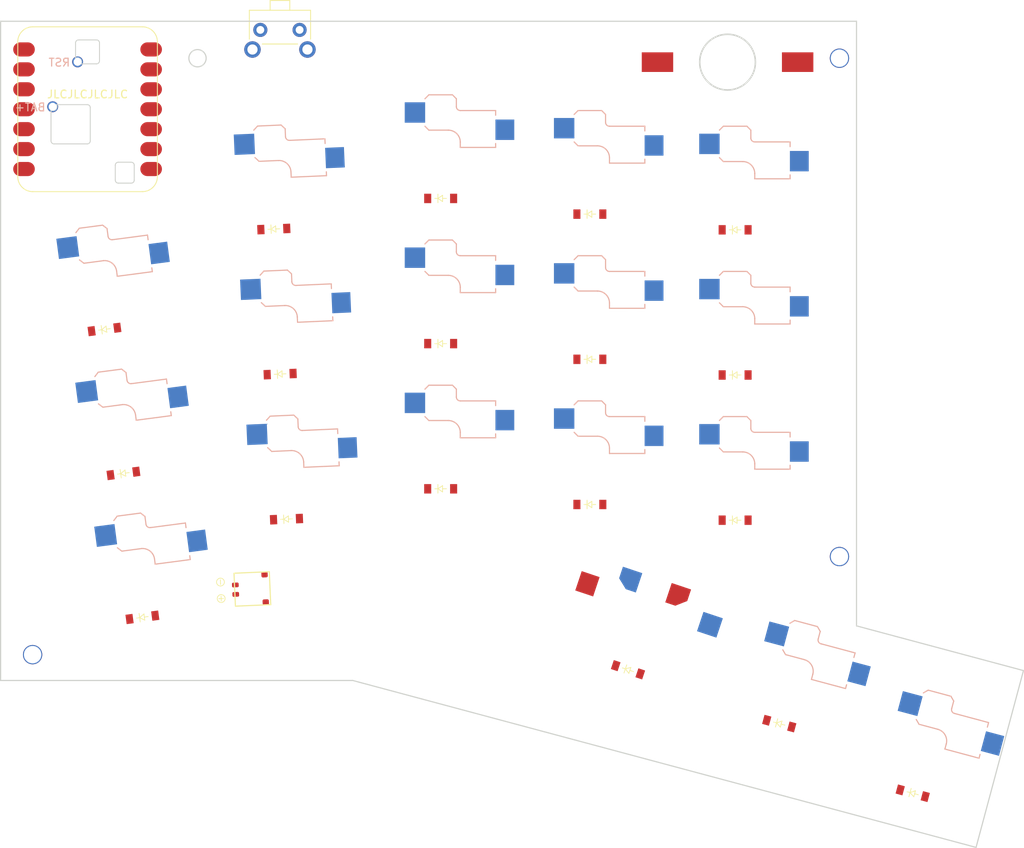
<source format=kicad_pcb>
(kicad_pcb (version 20240108) (generator "pcbnew") (generator_version "8.0")
  (title_block (title "Left") (rev "v1.0.0") (company "Unknown"))
  (layers (0 "F.Cu" signal) (31 "B.Cu" signal) (34 "B.Paste" user) (35 "F.Paste" user) (36 "B.SilkS" user "B.Silkscreen") (37 "F.SilkS" user "F.Silkscreen") (38 "B.Mask" user) (39 "F.Mask" user) (44 "Edge.Cuts" user))
  (net 0 "")
  (net 1 "D0")
  (net 2 "D1")
  (net 3 "R3")
  (net 4 "R2")
  (net 5 "R1")
  (net 6 "R0")
  (net 7 "C0")
  (net 8 "C4")
  (net 9 "C3")
  (net 10 "C2")
  (net 11 "C1")
  (net 12 "RAW3V3")
  (net 13 "RAW5V")
  (net 14 "GND")
  (net 15 "RST")
  (net 16 "BAT")
  (net 17 "pinky_bottom")
  (net 18 "pinky_home")
  (net 19 "pinky_top")
  (net 20 "ring_bottom")
  (net 21 "ring_home")
  (net 22 "ring_top")
  (net 23 "middle_bottom")
  (net 24 "middle_home")
  (net 25 "middle_top")
  (net 26 "index_bottom")
  (net 27 "index_home")
  (net 28 "index_top")
  (net 29 "inner_bottom")
  (net 30 "inner_home")
  (net 31 "inner_top")
  (net 32 "flexion_cluster")
  (net 33 "base_cluster")
  (net 34 "extension_cluster")
  (net 35 "BAT_CONN")
  (footprint "ComboDiode" (layer "F.Cu") (at 181.753363 118.50284 -15)
    (property "Reference" "D17" (hide yes))
    (property "Value" "")
    (pad "1" smd rect (at -1.65 0.000001 345) (size 0.9 1.2) (layers "F.Cu" "F.Paste" "F.Mask") (net 3 "R3"))
    (pad "2" smd rect (at 1.65 -0.000001 345) (size 0.9 1.2) (layers "F.Cu" "F.Paste" "F.Mask") (net 33 "base_cluster"))
  )
  (footprint "ComboDiode" (layer "F.Cu") (at 119.002453 92.447459 2.5)
    (property "Reference" "D4" (hide yes))
    (property "Value" "")
    (pad "1" smd rect (at -1.65 0 2.5) (size 0.9 1.2) (layers "F.Cu" "F.Paste" "F.Mask") (net 4 "R2"))
    (pad "2" smd rect (at 1.65 0 2.5) (size 0.9 1.2) (layers "F.Cu" "F.Paste" "F.Mask") (net 20 "ring_bottom"))
  )
  (footprint "1:SKHLLCA010" (layer "F.Cu") (at 118.170531 31.35854)
    (property "Reference" "S19" (hide yes))
    (property "Value" "SKHLLCA010")
    (pad "1" thru_hole circle (at 2.5 -1.25) (size 1.8 1.8) (drill 1) (layers "*.Cu" "B.Mask") (net 15 "RST"))
    (pad "2" thru_hole circle (at -2.5 -1.25) (size 1.8 1.8) (drill 1) (layers "*.Cu" "B.Mask") (net 14 "GND"))
    (pad "MP" thru_hole circle (at -3.5 1.25) (size 2.1 2.1) (drill 1.3) (layers "*.Cu" "*.Mask"))
    (pad "MP" thru_hole circle (at 3.5 1.25) (size 2.1 2.1) (drill 1.3) (layers "*.Cu" "*.Mask"))
  )
  (footprint "ComboDiode" (layer "F.Cu") (at 95.823162 68.273765 7.5)
    (property "Reference" "D3" (hide yes))
    (property "Value" "")
    (pad "1" smd rect (at -1.65 0 7.5) (size 0.9 1.2) (layers "F.Cu" "F.Paste" "F.Mask") (net 6 "R0"))
    (pad "2" smd rect (at 1.65 0 7.5) (size 0.9 1.2) (layers "F.Cu" "F.Paste" "F.Mask") (net 19 "pinky_top"))
  )
  (footprint "1:xiao_smd_xl_cutout_minimal" (layer "F.Cu") (at 93.670531 40.21654)
    (property "Reference" "MCU1" (hide yes))
    (property "Value" "" (hide yes))
    (fp_line (start -4.655408 0.101392) (end -4.655408 4.034592) (stroke (width 0.12)) (layer "Edge.Cuts"))
    (fp_line (start -4.274408 4.415592) (end -0.036608 4.415592) (stroke (width 0.12)) (layer "Edge.Cuts"))
    (fp_line (start -3.969608 -0.584408) (end -0.036608 -0.584408) (stroke (width 0.12)) (layer "Edge.Cuts"))
    (fp_line (start -1.530247 -6.470047) (end -1.530247 -8.451047) (stroke (width 0.12)) (layer "Edge.Cuts"))
    (fp_line (start -1.149247 -8.832047) (end 1.136553 -8.832047) (stroke (width 0.12)) (layer "Edge.Cuts"))
    (fp_line (start -0.844447 -5.784247) (end 1.136553 -5.784247) (stroke (width 0.12)) (layer "Edge.Cuts"))
    (fp_line (start 0.344392 -0.203408) (end 0.344392 4.034592) (stroke (width 0.12)) (layer "Edge.Cuts"))
    (fp_line (start 1.517553 -6.165247) (end 1.517553 -8.451047) (stroke (width 0.12)) (layer "Edge.Cuts"))
    (fp_line (start 3.530592 7.132409) (end 3.530592 9.037409) (stroke (width 0.12)) (layer "Edge.Cuts"))
    (fp_line (start 3.911592 6.751409) (end 5.562592 6.751409) (stroke (width 0.12)) (layer "Edge.Cuts"))
    (fp_line (start 3.911592 9.418409) (end 5.562592 9.418409) (stroke (width 0.12)) (layer "Edge.Cuts"))
    (fp_line (start 5.943592 7.132409) (end 5.943592 9.037409) (stroke (width 0.12)) (layer "Edge.Cuts"))
    (fp_arc (start -4.274408 4.415592) (mid -4.543816 4.304) (end -4.655408 4.034592) (stroke (width 0.12)) (layer "Edge.Cuts"))
    (fp_arc (start -3.969608 -0.584408) (mid -4.051799 0.019201) (end -4.655408 0.101392) (stroke (width 0.12)) (layer "Edge.Cuts"))
    (fp_arc (start -1.530247 -8.451047) (mid -1.418655 -8.720455) (end -1.149247 -8.832047) (stroke (width 0.12)) (layer "Edge.Cuts"))
    (fp_arc (start -1.530247 -6.470047) (mid -0.926638 -6.387856) (end -0.844447 -5.784247) (stroke (width 0.12)) (layer "Edge.Cuts"))
    (fp_arc (start -0.036608 -0.584408) (mid 0.2328 -0.472816) (end 0.344392 -0.203408) (stroke (width 0.12)) (layer "Edge.Cuts"))
    (fp_arc (start 0.344392 4.034592) (mid 0.2328 4.304) (end -0.036608 4.415592) (stroke (width 0.12)) (layer "Edge.Cuts"))
    (fp_arc (start 1.136553 -8.832047) (mid 1.405961 -8.720454) (end 1.517553 -8.451047) (stroke (width 0.12)) (layer "Edge.Cuts"))
    (fp_arc (start 1.517553 -6.165247) (mid 1.40596 -5.89584) (end 1.136553 -5.784247) (stroke (width 0.12)) (layer "Edge.Cuts"))
    (fp_arc (start 3.530592 7.132409) (mid 3.642181 6.862993) (end 3.911592 6.751409) (stroke (width 0.12)) (layer "Edge.Cuts"))
    (fp_arc (start 3.911592 9.418409) (mid 3.642186 9.306814) (end 3.530592 9.037409) (stroke (width 0.12)) (layer "Edge.Cuts"))
    (fp_arc (start 5.562592 6.751409) (mid 5.832002 6.862999) (end 5.943592 7.132409) (stroke (width 0.12)) (layer "Edge.Cuts"))
    (fp_arc (start 5.943592 9.037409) (mid 5.831996 9.306808) (end 5.562592 9.418409) (stroke (width 0.12)) (layer "Edge.Cuts"))
    (fp_text user "BAT+" (at -7.3 -0.25 0) (layer "B.SilkS") (effects (justify mirror)))
    (fp_text user "RST" (at -3.6 -5.95 0) (layer "B.SilkS") (effects (justify mirror)))
    (pad "1" smd oval (at -7.62 -7.62 180) (size 2.75 1.8) (drill (offset 0.475 0)) (layers "F.Cu" "F.Paste" "F.Mask") (net 1 "D0"))
    (pad "2" smd oval (at -7.62 -5.08 180) (size 2.75 1.8) (drill (offset 0.475 0)) (layers "F.Cu" "F.Paste" "F.Mask") (net 2 "D1"))
    (pad "3" smd oval (at -7.62 -2.54 180) (size 2.75 1.8) (drill (offset 0.475 0)) (layers "F.Cu" "F.Paste" "F.Mask") (net 3 "R3"))
    (pad "4" smd oval (at -7.62 0 180) (size 2.75 1.8) (drill (offset 0.475 0)) (layers "F.Cu" "F.Paste" "F.Mask") (net 4 "R2"))
    (pad "5" smd oval (at -7.62 2.54 180) (size 2.75 1.8) (drill (offset 0.475 0)) (layers "F.Cu" "F.Paste" "F.Mask") (net 5 "R1"))
    (pad "6" smd oval (at -7.62 5.08 180) (size 2.75 1.8) (drill (offset 0.475 0)) (layers "F.Cu" "F.Paste" "F.Mask") (net 6 "R0"))
    (pad "7" smd oval (at -7.62 7.62 180) (size 2.75 1.8) (drill (offset 0.475 0)) (layers "F.Cu" "F.Paste" "F.Mask") (net 7 "C0"))
    (pad "8" smd oval (at 7.62 7.62) (size 2.75 1.8) (drill (offset 0.475 0)) (layers "F.Cu" "F.Paste" "F.Mask") (net 11 "C1"))
    (pad "9" smd oval (at 7.62 5.08) (size 2.75 1.8) (drill (offset 0.475 0)) (layers "F.Cu" "F.Paste" "F.Mask") (net 10 "C2"))
    (pad "10" smd oval (at 7.62 2.54) (size 2.75 1.8) (drill (offset 0.475 0)) (layers "F.Cu" "F.Paste" "F.Mask") (net 9 "C3"))
    (pad "11" smd oval (at 7.62 0) (size 2.75 1.8) (drill (offset 0.475 0)) (layers "F.Cu" "F.Paste" "F.Mask") (net 8 "C4"))
    (pad "12" smd oval (at 7.62 -2.54) (size 2.75 1.8) (drill (offset 0.475 0)) (layers "F.Cu" "F.Paste" "F.Mask") (net 12 "RAW3V3"))
    (pad "13" smd oval (at 7.62 -5.08) (size 2.75 1.8) (drill (offset 0.475 0)) (layers "F.Cu" "F.Paste" "F.Mask") (net 14 "GND"))
    (pad "14" smd oval (at 7.62 -7.62) (size 2.75 1.8) (drill (offset 0.475 0)) (layers "F.Cu" "F.Paste" "F.Mask") (net 13 "RAW5V"))
    (pad "17" thru_hole circle (at -1.27 -6.032 90) (size 1.397 1.397) (drill 1.016) (layers "*.Cu" "*.Mask") (net 15 "RST"))
    (pad "19" thru_hole circle (at -4.445 -0.317 180) (size 1.397 1.397) (drill 1.016) (layers "*.Cu" "*.Mask") (net 16 "BAT"))
  )
  (footprint "mounting_hole" (layer "F.Cu") (at 189.420531 97.21654)
    (property "Reference" "H3" (hide yes))
    (property "Value" "")
    (pad "" thru_hole circle (at 0 0 180) (size 2.46 2.46) (drill 2.2) (layers "*.Cu" "*.Mask"))
  )
  (footprint "ComboDiode" (layer "F.Cu") (at 157.634462 53.582685)
    (property "Reference" "D12" (hide yes))
    (property "Value" "")
    (pad "1" smd rect (at -1.65 0) (size 0.9 1.2) (layers "F.Cu" "F.Paste" "F.Mask") (net 6 "R0"))
    (pad "2" smd rect (at 1.65 0) (size 0.9 1.2) (layers "F.Cu" "F.Paste" "F.Mask") (net 28 "index_top"))
  )
  (footprint "mounting_hole" (layer "F.Cu") (at 189.420531 33.71654)
    (property "Reference" "H1" (hide yes))
    (property "Value" "")
    (pad "" thru_hole circle (at 0 0 180) (size 2.46 2.46) (drill 2.2) (layers "*.Cu" "*.Mask"))
  )
  (footprint "icon_bat" (layer "F.Cu") (at 110.640138 101.517851 92.5)
    (property "Reference" "ICON1" (hide yes))
    (property "Value" "")
  )
  (footprint "ComboDiode" (layer "F.Cu") (at 176.134462 92.582685)
    (property "Reference" "D13" (hide yes))
    (property "Value" "")
    (pad "1" smd rect (at -1.65 0) (size 0.9 1.2) (layers "F.Cu" "F.Paste" "F.Mask") (net 4 "R2"))
    (pad "2" smd rect (at 1.65 0) (size 0.9 1.2) (layers "F.Cu" "F.Paste" "F.Mask") (net 29 "inner_bottom"))
  )
  (footprint "ComboDiode" (layer "F.Cu") (at 176.134462 74.082685)
    (property "Reference" "D14" (hide yes))
    (property "Value" "")
    (pad "1" smd rect (at -1.65 0) (size 0.9 1.2) (layers "F.Cu" "F.Paste" "F.Mask") (net 5 "R1"))
    (pad "2" smd rect (at 1.65 0) (size 0.9 1.2) (layers "F.Cu" "F.Paste" "F.Mask") (net 30 "inner_home"))
  )
  (footprint "mounting_hole" (layer "F.Cu") (at 86.670531 109.71654)
    (property "Reference" "H2" (hide yes))
    (property "Value" "")
    (pad "" thru_hole circle (at 0 0 180) (size 2.46 2.46) (drill 2.2) (layers "*.Cu" "*.Mask"))
  )
  (footprint "ComboDiode" (layer "F.Cu") (at 157.634462 72.082685)
    (property "Reference" "D11" (hide yes))
    (property "Value" "")
    (pad "1" smd rect (at -1.65 0) (size 0.9 1.2) (layers "F.Cu" "F.Paste" "F.Mask") (net 5 "R1"))
    (pad "2" smd rect (at 1.65 0) (size 0.9 1.2) (layers "F.Cu" "F.Paste" "F.Mask") (net 27 "index_home"))
  )
  (footprint "ComboDiode" (layer "F.Cu") (at 198.750659 127.378164 -15)
    (property "Reference" "D18" (hide yes))
    (property "Value" "")
    (pad "1" smd rect (at -1.65 0.000001 345) (size 0.9 1.2) (layers "F.Cu" "F.Paste" "F.Mask") (net 3 "R3"))
    (pad "2" smd rect (at 1.65 -0.000001 345) (size 0.9 1.2) (layers "F.Cu" "F.Paste" "F.Mask") (net 34 "extension_cluster"))
  )
  (footprint "ComboDiode" (layer "F.Cu") (at 138.634462 88.582685)
    (property "Reference" "D7" (hide yes))
    (property "Value" "")
    (pad "1" smd rect (at -1.65 0) (size 0.9 1.2) (layers "F.Cu" "F.Paste" "F.Mask") (net 4 "R2"))
    (pad "2" smd rect (at 1.65 0) (size 0.9 1.2) (layers "F.Cu" "F.Paste" "F.Mask") (net 23 "middle_bottom"))
  )
  (footprint "ComboDiode" (layer "F.Cu") (at 157.634462 90.582685)
    (property "Reference" "D10" (hide yes))
    (property "Value" "")
    (pad "1" smd rect (at -1.65 0) (size 0.9 1.2) (layers "F.Cu" "F.Paste" "F.Mask") (net 4 "R2"))
    (pad "2" smd rect (at 1.65 0) (size 0.9 1.2) (layers "F.Cu" "F.Paste" "F.Mask") (net 26 "index_bottom"))
  )
  (footprint "ComboDiode" (layer "F.Cu") (at 118.195494 73.965066 2.5)
    (property "Reference" "D5" (hide yes))
    (property "Value" "")
    (pad "1" smd rect (at -1.65 0 2.5) (size 0.9 1.2) (layers "F.Cu" "F.Paste" "F.Mask") (net 5 "R1"))
    (pad "2" smd rect (at 1.65 0 2.5) (size 0.9 1.2) (layers "F.Cu" "F.Paste" "F.Mask") (net 21 "ring_home"))
  )
  (footprint "1:molex_pico_ezmate_1x02_front" (layer "F.Cu") (at 114.386569 101.354278 92.5)
    (property "Reference" "CONN1" (hide yes))
    (property "Value" "" (hide yes))
    (pad "1" smd roundrect (at -0.6 -1.875 92.5) (size 0.6 0.85) (layers "F.Cu" "F.Paste" "F.Mask") (net 35 "BAT_CONN"))
    (pad "2" smd roundrect (at 0.6 -1.875 92.5) (size 0.6 0.85) (layers "F.Cu" "F.Paste" "F.Mask") (net 14 "GND"))
    (pad "MP" smd roundrect (at -1.75 1.9 92.5) (size 0.7 0.8) (layers "F.Cu" "F.Paste" "F.Mask"))
    (pad "MP" smd roundrect (at 1.75 1.9 92.5) (size 0.7 0.8) (layers "F.Cu" "F.Paste" "F.Mask"))
  )
  (footprint "ComboDiode" (layer "F.Cu") (at 117.388535 55.482674 2.5)
    (property "Reference" "D6" (hide yes))
    (property "Value" "")
    (pad "1" smd rect (at -1.65 0 2.5) (size 0.9 1.2) (layers "F.Cu" "F.Paste" "F.Mask") (net 6 "R0"))
    (pad "2" smd rect (at 1.65 0 2.5) (size 0.9 1.2) (layers "F.Cu" "F.Paste" "F.Mask") (net 22 "ring_top"))
  )
  (footprint "ComboDiode" (layer "F.Cu") (at 100.652631 104.957224 7.5)
    (property "Reference" "D1" (hide yes))
    (property "Value" "")
    (pad "1" smd rect (at -1.65 0 7.5) (size 0.9 1.2) (layers "F.Cu" "F.Paste" "F.Mask") (net 4 "R2"))
    (pad "2" smd rect (at 1.65 0 7.5) (size 0.9 1.2) (layers "F.Cu" "F.Paste" "F.Mask") (net 17 "pinky_bottom"))
  )
  (footprint "ComboDiode" (layer "F.Cu") (at 138.634462 70.082685)
    (property "Reference" "D8" (hide yes))
    (property "Value" "")
    (pad "1" smd rect (at -1.65 0) (size 0.9 1.2) (layers "F.Cu" "F.Paste" "F.Mask") (net 5 "R1"))
    (pad "2" smd rect (at 1.65 0) (size 0.9 1.2) (layers "F.Cu" "F.Paste" "F.Mask") (net 24 "middle_home"))
  )
  (footprint "ComboDiode" (layer "F.Cu") (at 162.490785 111.64179 -18.5)
    (property "Reference" "D16" (hide yes))
    (property "Value" "")
    (pad "1" smd rect (at -1.65 0 341.5) (size 0.9 1.2) (layers "F.Cu" "F.Paste" "F.Mask") (net 3 "R3"))
    (pad "2" smd rect (at 1.65 0 341.5) (size 0.9 1.2) (layers "F.Cu" "F.Paste" "F.Mask") (net 32 "flexion_cluster"))
  )
  (footprint "ComboDiode" (layer "F.Cu") (at 176.134462 55.582685)
    (property "Reference" "D15" (hide yes))
    (property "Value" "")
    (pad "1" smd rect (at -1.65 0) (size 0.9 1.2) (layers "F.Cu" "F.Paste" "F.Mask") (net 6 "R0"))
    (pad "2" smd rect (at 1.65 0) (size 0.9 1.2) (layers "F.Cu" "F.Paste" "F.Mask") (net 31 "inner_top"))
  )
  (footprint "ComboDiode" (layer "F.Cu") (at 98.237896 86.615494 7.5)
    (property "Reference" "D2" (hide yes))
    (property "Value" "")
    (pad "1" smd rect (at -1.65 0 7.5) (size 0.9 1.2) (layers "F.Cu" "F.Paste" "F.Mask") (net 5 "R1"))
    (pad "2" smd rect (at 1.65 0 7.5) (size 0.9 1.2) (layers "F.Cu" "F.Paste" "F.Mask") (net 18 "pinky_home"))
  )
  (footprint "1:1208YD" (layer "F.Cu") (at 175.170531 34.21654)
    (property "Reference" "SW1" (hide yes))
    (property "Value" "" (hide yes))
    (fp_circle (center 0 0) (end 3.55 0) (stroke (width 0.2)) (fill none) (layer "Edge.Cuts"))
    (pad "1" smd rect (at -8.925 0) (size 4 2.5) (layers "F.Cu" "F.Paste" "F.Mask") (net 16 "BAT"))
    (pad "2" smd rect (at 8.925 0) (size 4 2.5) (layers "F.Cu" "F.Paste" "F.Mask") (net 35 "BAT_CONN"))
  )
  (footprint "ComboDiode" (layer "F.Cu") (at 138.634462 51.582685)
    (property "Reference" "D9" (hide yes))
    (property "Value" "")
    (pad "1" smd rect (at -1.65 0) (size 0.9 1.2) (layers "F.Cu" "F.Paste" "F.Mask") (net 6 "R0"))
    (pad "2" smd rect (at 1.65 0) (size 0.9 1.2) (layers "F.Cu" "F.Paste" "F.Mask") (net 25 "middle_top"))
  )
  (footprint "1:switch_choc_v1_v2" (layer "B.Cu") (at 176.134462 69.082685)
    (property "Reference" "S14" (hide yes))
    (property "Value" "")
    (pad "" np_thru_hole circle (at -5.5 0) (size 1.9 1.9) (drill 1.9) (layers "*.Cu"))
    (pad "" np_thru_hole circle (at 0 -5.95) (size 3 3) (drill 3) (layers "*.Cu" "*.Mask"))
    (pad "" np_thru_hole circle (at 0 0) (size 5 5) (drill 5) (layers "*.Cu"))
    (pad "" np_thru_hole circle (at 5 -3.75 195) (size 3 3) (drill 3) (layers "*.Cu" "*.Mask"))
    (pad "" np_thru_hole circle (at 5.5 0) (size 1.9 1.9) (drill 1.9) (layers "*.Cu"))
    (pad "1" smd rect (at -3.275 -5.95) (size 2.6 2.6) (layers "B.Cu" "B.Paste" "B.Mask") (net 8 "C4"))
    (pad "2" smd rect (at 8.175 -3.75) (size 2.4 2.6) (layers "B.Cu" "B.Paste" "B.Mask") (net 30 "inner_home"))
  )
  (footprint "1:switch_choc_v1_v2" (layer "B.Cu") (at 97.585265 81.65827 7.5)
    (property "Reference" "S2" (hide yes))
    (property "Value" "")
    (pad "" np_thru_hole circle (at -5.5 0 7.5) (size 1.9 1.9) (drill 1.9) (layers "*.Cu"))
    (pad "" np_thru_hole circle (at 0 -5.95 7.5) (size 3 3) (drill 3) (layers "*.Cu" "*.Mask"))
    (pad "" np_thru_hole circle (at 0 0 7.5) (size 5 5) (drill 5) (layers "*.Cu"))
    (pad "" np_thru_hole circle (at 5 -3.75 202.5) (size 3 3) (drill 3) (layers "*.Cu" "*.Mask"))
    (pad "" np_thru_hole circle (at 5.5 0 7.5) (size 1.9 1.9) (drill 1.9) (layers "*.Cu"))
    (pad "1" smd rect (at -3.275 -5.95 7.5) (size 2.6 2.6) (layers "B.Cu" "B.Paste" "B.Mask") (net 7 "C0"))
    (pad "2" smd rect (at 8.175 -3.75 7.5) (size 2.4 2.6) (layers "B.Cu" "B.Paste" "B.Mask") (net 18 "pinky_home"))
  )
  (footprint "1:switch_choc_v1_v2" (layer "B.Cu") (at 176.134462 50.582685)
    (property "Reference" "S15" (hide yes))
    (property "Value" "")
    (pad "" np_thru_hole circle (at -5.5 0) (size 1.9 1.9) (drill 1.9) (layers "*.Cu"))
    (pad "" np_thru_hole circle (at 0 -5.95) (size 3 3) (drill 3) (layers "*.Cu" "*.Mask"))
    (pad "" np_thru_hole circle (at 0 0) (size 5 5) (drill 5) (layers "*.Cu"))
    (pad "" np_thru_hole circle (at 5 -3.75 195) (size 3 3) (drill 3) (layers "*.Cu" "*.Mask"))
    (pad "" np_thru_hole circle (at 5.5 0) (size 1.9 1.9) (drill 1.9) (layers "*.Cu"))
    (pad "1" smd rect (at -3.275 -5.95) (size 2.6 2.6) (layers "B.Cu" "B.Paste" "B.Mask") (net 8 "C4"))
    (pad "2" smd rect (at 8.175 -3.75) (size 2.4 2.6) (layers "B.Cu" "B.Paste" "B.Mask") (net 31 "inner_top"))
  )
  (footprint "1:switch_choc_v1_v2" (layer "B.Cu") (at 117.170438 50.487433 2.5)
    (property "Reference" "S6" (hide yes))
    (property "Value" "")
    (pad "" np_thru_hole circle (at -5.5 0 2.5) (size 1.9 1.9) (drill 1.9) (layers "*.Cu"))
    (pad "" np_thru_hole circle (at 0 -5.95 2.5) (size 3 3) (drill 3) (layers "*.Cu" "*.Mask"))
    (pad "" np_thru_hole circle (at 0 0 2.5) (size 5 5) (drill 5) (layers "*.Cu"))
    (pad "" np_thru_hole circle (at 5 -3.75 197.5) (size 3 3) (drill 3) (layers "*.Cu" "*.Mask"))
    (pad "" np_thru_hole circle (at 5.5 0 2.5) (size 1.9 1.9) (drill 1.9) (layers "*.Cu"))
    (pad "1" smd rect (at -3.275 -5.95 2.5) (size 2.6 2.6) (layers "B.Cu" "B.Paste" "B.Mask") (net 11 "C1"))
    (pad "2" smd rect (at 8.175 -3.75 2.5) (size 2.4 2.6) (layers "B.Cu" "B.Paste" "B.Mask") (net 22 "ring_top"))
  )
  (footprint "1:switch_choc_v1_v2" (layer "B.Cu") (at 157.634462 48.582685)
    (property "Reference" "S12" (hide yes))
    (property "Value" "")
    (pad "" np_thru_hole circle (at -5.5 0) (size 1.9 1.9) (drill 1.9) (layers "*.Cu"))
    (pad "" np_thru_hole circle (at 0 -5.95) (size 3 3) (drill 3) (layers "*.Cu" "*.Mask"))
    (pad "" np_thru_hole circle (at 0 0) (size 5 5) (drill 5) (layers "*.Cu"))
    (pad "" np_thru_hole circle (at 5 -3.75 195) (size 3 3) (drill 3) (layers "*.Cu" "*.Mask"))
    (pad "" np_thru_hole circle (at 5.5 0) (size 1.9 1.9) (drill 1.9) (layers "*.Cu"))
    (pad "1" smd rect (at -3.275 -5.95) (size 2.6 2.6) (layers "B.Cu" "B.Paste" "B.Mask") (net 9 "C3"))
    (pad "2" smd rect (at 8.175 -3.75) (size 2.4 2.6) (layers "B.Cu" "B.Paste" "B.Mask") (net 28 "index_top"))
  )
  (footprint "1:switch_choc_v1_v2" (layer "B.Cu") (at 200.044754 122.548534 -15)
    (property "Reference" "S18" (hide yes))
    (property "Value" "")
    (pad "" np_thru_hole circle (at -5.5 0 345) (size 1.9 1.9) (drill 1.9) (layers "*.Cu"))
    (pad "" np_thru_hole circle (at 0 -5.95 345) (size 3 3) (drill 3) (layers "*.Cu" "*.Mask"))
    (pad "" np_thru_hole circle (at 0 0 345) (size 5 5) (drill 5) (layers "*.Cu"))
    (pad "" np_thru_hole circle (at 5 -3.75 180) (size 3 3) (drill 3) (layers "*.Cu" "*.Mask"))
    (pad "" np_thru_hole circle (at 5.5 0 345) (size 1.9 1.9) (drill 1.9) (layers "*.Cu"))
    (pad "1" smd rect (at -3.275 -5.95 345) (size 2.6 2.6) (layers "B.Cu" "B.Paste" "B.Mask") (net 8 "C4"))
    (pad "2" smd rect (at 8.175 -3.75 345) (size 2.4 2.6) (layers "B.Cu" "B.Paste" "B.Mask") (net 34 "extension_cluster"))
  )
  (footprint "1:switch_choc_v1_v2" (layer "B.Cu") (at 118.784356 87.452217 2.5)
    (property "Reference" "S4" (hide yes))
    (property "Value" "")
    (pad "" np_thru_hole circle (at -5.5 0 2.5) (size 1.9 1.9) (drill 1.9) (layers "*.Cu"))
    (pad "" np_thru_hole circle (at 0 -5.95 2.5) (size 3 3) (drill 3) (layers "*.Cu" "*.Mask"))
    (pad "" np_thru_hole circle (at 0 0 2.5) (size 5 5) (drill 5) (layers "*.Cu"))
    (pad "" np_thru_hole circle (at 5 -3.75 197.5) (size 3 3) (drill 3) (layers "*.Cu" "*.Mask"))
    (pad "" np_thru_hole circle (at 5.5 0 2.5) (size 1.9 1.9) (drill 1.9) (layers "*.Cu"))
    (pad "1" smd rect (at -3.275 -5.95 2.5) (size 2.6 2.6) (layers "B.Cu" "B.Paste" "B.Mask") (net 11 "C1"))
    (pad "2" smd rect (at 8.175 -3.75 2.5) (size 2.4 2.6) (layers "B.Cu" "B.Paste" "B.Mask") (net 20 "ring_bottom"))
  )
  (footprint "1:switch_choc_v1_v2" (layer "B.Cu") (at 138.634462 46.582685)
    (property "Reference" "S9" (hide yes))
    (property "Value" "")
    (pad "" np_thru_hole circle (at -5.5 0) (size 1.9 1.9) (drill 1.9) (layers "*.Cu"))
    (pad "" np_thru_hole circle (at 0 -5.95) (size 3 3) (drill 3) (layers "*.Cu" "*.Mask"))
    (pad "" np_thru_hole circle (at 0 0) (size 5 5) (drill 5) (layers "*.Cu"))
    (pad "" np_thru_hole circle (at 5 -3.75 195) (size 3 3) (drill 3) (layers "*.Cu" "*.Mask"))
    (pad "" np_thru_hole circle (at 5.5 0) (size 1.9 1.9) (drill 1.9) (layers "*.Cu"))
    (pad "1" smd rect (at -3.275 -5.95) (size 2.6 2.6) (layers "B.Cu" "B.Paste" "B.Mask") (net 10 "C2"))
    (pad "2" smd rect (at 8.175 -3.75) (size 2.4 2.6) (layers "B.Cu" "B.Paste" "B.Mask") (net 25 "middle_top"))
  )
  (footprint "1:switch_choc_v1_v2" (layer "B.Cu") (at 157.634462 85.582685)
    (property "Reference" "S10" (hide yes))
    (property "Value" "")
    (pad "" np_thru_hole circle (at -5.5 0) (size 1.9 1.9) (drill 1.9) (layers "*.Cu"))
    (pad "" np_thru_hole circle (at 0 -5.95) (size 3 3) (drill 3) (layers "*.Cu" "*.Mask"))
    (pad "" np_thru_hole circle (at 0 0) (size 5 5) (drill 5) (layers "*.Cu"))
    (pad "" np_thru_hole circle (at 5 -3.75 195) (size 3 3) (drill 3) (layers "*.Cu" "*.Mask"))
    (pad "" np_thru_hole circle (at 5.5 0) (size 1.9 1.9) (drill 1.9) (layers "*.Cu"))
    (pad "1" smd rect (at -3.275 -5.95) (size 2.6 2.6) (layers "B.Cu" "B.Paste" "B.Mask") (net 9 "C3"))
    (pad "2" smd rect (at 8.175 -3.75) (size 2.4 2.6) (layers "B.Cu" "B.Paste" "B.Mask") (net 26 "index_bottom"))
  )
  (footprint "1:switch_choc_v1_v2" (layer "B.Cu") (at 117.977397 68.969825 2.5)
    (property "Reference" "S5" (hide yes))
    (property "Value" "")
    (pad "" np_thru_hole circle (at -5.5 0 2.5) (size 1.9 1.9) (drill 1.9) (layers "*.Cu"))
    (pad "" np_thru_hole circle (at 0 -5.95 2.5) (size 3 3) (drill 3) (layers "*.Cu" "*.Mask"))
    (pad "" np_thru_hole circle (at 0 0 2.5) (size 5 5) (drill 5) (layers "*.Cu"))
    (pad "" np_thru_hole circle (at 5 -3.75 197.5) (size 3 3) (drill 3) (layers "*.Cu" "*.Mask"))
    (pad "" np_thru_hole circle (at 5.5 0 2.5) (size 1.9 1.9) (drill 1.9) (layers "*.Cu"))
    (pad "1" smd rect (at -3.275 -5.95 2.5) (size 2.6 2.6) (layers "B.Cu" "B.Paste" "B.Mask") (net 11 "C1"))
    (pad "2" smd rect (at 8.175 -3.75 2.5) (size 2.4 2.6) (layers "B.Cu" "B.Paste" "B.Mask") (net 21 "ring_home"))
  )
  (footprint "1:switch_choc_v1_v2" (layer "B.Cu") (at 176.134462 87.582685)
    (property "Reference" "S13" (hide yes))
    (property "Value" "")
    (pad "" np_thru_hole circle (at -5.5 0) (size 1.9 1.9) (drill 1.9) (layers "*.Cu"))
    (pad "" np_thru_hole circle (at 0 -5.95) (size 3 3) (drill 3) (layers "*.Cu" "*.Mask"))
    (pad "" np_thru_hole circle (at 0 0) (size 5 5) (drill 5) (layers "*.Cu"))
    (pad "" np_thru_hole circle (at 5 -3.75 195) (size 3 3) (drill 3) (layers "*.Cu" "*.Mask"))
    (pad "" np_thru_hole circle (at 5.5 0) (size 1.9 1.9) (drill 1.9) (layers "*.Cu"))
    (pad "1" smd rect (at -3.275 -5.95) (size 2.6 2.6) (layers "B.Cu" "B.Paste" "B.Mask") (net 8 "C4"))
    (pad "2" smd rect (at 8.175 -3.75) (size 2.4 2.6) (layers "B.Cu" "B.Paste" "B.Mask") (net 29 "inner_bottom"))
  )
  (footprint "1:switch_choc_v1_v2" (layer "B.Cu") (at 157.634462 67.082685)
    (property "Reference" "S11" (hide yes))
    (property "Value" "")
    (pad "" np_thru_hole circle (at -5.5 0) (size 1.9 1.9) (drill 1.9) (layers "*.Cu"))
    (pad "" np_thru_hole circle (at 0 -5.95) (size 3 3) (drill 3) (layers "*.Cu" "*.Mask"))
    (pad "" np_thru_hole circle (at 0 0) (size 5 5) (drill 5) (layers "*.Cu"))
    (pad "" np_thru_hole circle (at 5 -3.75 195) (size 3 3) (drill 3) (layers "*.Cu" "*.Mask"))
    (pad "" np_thru_hole circle (at 5.5 0) (size 1.9 1.9) (drill 1.9) (layers "*.Cu"))
    (pad "1" smd rect (at -3.275 -5.95) (size 2.6 2.6) (layers "B.Cu" "B.Paste" "B.Mask") (net 9 "C3"))
    (pad "2" smd rect (at 8.175 -3.75) (size 2.4 2.6) (layers "B.Cu" "B.Paste" "B.Mask") (net 27 "index_home"))
  )
  (footprint "1:switch_choc_v1_v2" (layer "B.Cu") (at 183.047458 113.673211 -15)
    (property "Reference" "S17" (hide yes))
    (property "Value" "")
    (pad "" np_thru_hole circle (at -5.5 0 345) (size 1.9 1.9) (drill 1.9) (layers "*.Cu"))
    (pad "" np_thru_hole circle (at 0 -5.95 345) (size 3 3) (drill 3) (layers "*.Cu" "*.Mask"))
    (pad "" np_thru_hole circle (at 0 0 345) (size 5 5) (drill 5) (layers "*.Cu"))
    (pad "" np_thru_hole circle (at 5 -3.75 180) (size 3 3) (drill 3) (layers "*.Cu" "*.Mask"))
    (pad "" np_thru_hole circle (at 5.5 0 345) (size 1.9 1.9) (drill 1.9) (layers "*.Cu"))
    (pad "1" smd rect (at -3.275 -5.95 345) (size 2.6 2.6) (layers "B.Cu" "B.Paste" "B.Mask") (net 9 "C3"))
    (pad "2" smd rect (at 8.175 -3.75 345) (size 2.4 2.6) (layers "B.Cu" "B.Paste" "B.Mask") (net 33 "base_cluster"))
  )
  (footprint "1:switch_choc_v1_v2" (layer "B.Cu") (at 138.634462 65.082685)
    (property "Reference" "S8" (hide yes))
    (property "Value" "")
    (pad "" np_thru_hole circle (at -5.5 0) (size 1.9 1.9) (drill 1.9) (layers "*.Cu"))
    (pad "" np_thru_hole circle (at 0 -5.95) (size 3 3) (drill 3) (layers "*.Cu" "*.Mask"))
    (pad "" np_thru_hole circle (at 0 0) (size 5 5) (drill 5) (layers "*.Cu"))
    (pad "" np_thru_hole circle (at 5 -3.75 195) (size 3 3) (drill 3) (layers "*.Cu" "*.Mask"))
    (pad "" np_thru_hole circle (at 5.5 0) (size 1.9 1.9) (drill 1.9) (layers "*.Cu"))
    (pad "1" smd rect (at -3.275 -5.95) (size 2.6 2.6) (layers "B.Cu" "B.Paste" "B.Mask") (net 10 "C2"))
    (pad "2" smd rect (at 8.175 -3.75) (size 2.4 2.6) (layers "B.Cu" "B.Paste" "B.Mask") (net 24 "middle_home"))
  )
  (footprint "1:switch_choc_v1_v2" (layer "B.Cu") (at 100 100 7.5)
    (property "Reference" "S1" (hide yes))
    (property "Value" "")
    (pad "" np_thru_hole circle (at -5.5 0 7.5) (size 1.9 1.9) (drill 1.9) (layers "*.Cu"))
    (pad "" np_thru_hole circle (at 0 -5.95 7.5) (size 3 3) (drill 3) (layers "*.Cu" "*.Mask"))
    (pad "" np_thru_hole circle (at 0 0 7.5) (size 5 5) (drill 5) (layers "*.Cu"))
    (pad "" np_thru_hole circle (at 5 -3.75 202.5) (size 3 3) (drill 3) (layers "*.Cu" "*.Mask"))
    (pad "" np_thru_hole circle (at 5.5 0 7.5) (size 1.9 1.9) (drill 1.9) (layers "*.Cu"))
    (pad "1" smd rect (at -3.275 -5.95 7.5) (size 2.6 2.6) (layers "B.Cu" "B.Paste" "B.Mask") (net 7 "C0"))
    (pad "2" smd rect (at 8.175 -3.75 7.5) (size 2.4 2.6) (layers "B.Cu" "B.Paste" "B.Mask") (net 17 "pinky_bottom"))
  )
  (footprint "1:switch_choc_left_flexion" (layer "B.Cu") (at 164.077308 106.900172 -18.5)
    (property "Reference" "S16" (hide yes))
    (property "Value" "" (hide yes))
    (pad "" np_thru_hole circle (at -5.7 0 351.5) (size 1.7018 1.7018) (drill 1.7018) (layers "*.Cu" "*.Mask"))
    (pad "" np_thru_hole circle (at -5.2 -3.75 156.5) (size 3 3) (drill 3) (layers "*.Cu" "*.Mask"))
    (pad "" np_thru_hole circle (at -0.2 -5.95 351.5) (size 3 3) (drill 3) (layers "*.Cu" "*.Mask"))
    (pad "" np_thru_hole circle (at -0.2 0 351.5) (size 3.429 3.429) (drill 3.429) (layers "*.Cu" "*.Mask"))
    (pad "" np_thru_hole circle (at 4.8 -3.75 156.5) (size 3 3) (drill 3) (layers "*.Cu" "*.Mask"))
    (pad "" np_thru_hole circle (at 5.3 0 351.5) (size 1.7018 1.7018) (drill 1.7018) (layers "*.Cu" "*.Mask"))
    (pad "1" smd custom (at -3.475 -5.95 161.5) (size 0.5 0.5) (layers "B.Cu" "B.Paste" "B.Mask") (net 10 "C2") (options (clearance outline) (anchor rect)) (primitives (gr_poly (pts (xy -1.3 1.3) (xy -1.3 -1.3) (xy 0.05 -1.3) (xy 1.3 -0.25) (xy 1.3 1.3)) (width 0) (fill yes))))
    (pad "1" smd custom (at 3.075 -5.95 161.5) (size 1 1) (layers "F.Cu" "F.Paste" "F.Mask") (net 10 "C2") (options (clearance outline) (anchor rect)) (primitives (gr_poly (pts (xy -1.3 1.3) (xy -1.3 -0.25) (xy -0.05 -1.3) (xy 1.3 -1.3) (xy 1.3 1.3)) (width 0) (fill yes))))
    (pad "2" smd rect (at -8.375 -3.75 161.5) (size 2.4 2.6) (layers "F.Cu" "F.Paste" "F.Mask") (net 32 "flexion_cluster"))
    (pad "2" smd rect (at 8.075 -3.75 161.5) (size 2.6 2.6) (layers "B.Cu" "B.Paste" "B.Mask") (net 32 "flexion_cluster"))
  )
  (footprint "1:switch_choc_v1_v2" (layer "B.Cu") (at 138.634462 83.582685)
    (property "Reference" "S7" (hide yes))
    (property "Value" "")
    (pad "" np_thru_hole circle (at -5.5 0) (size 1.9 1.9) (drill 1.9) (layers "*.Cu"))
    (pad "" np_thru_hole circle (at 0 -5.95) (size 3 3) (drill 3) (layers "*.Cu" "*.Mask"))
    (pad "" np_thru_hole circle (at 0 0) (size 5 5) (drill 5) (layers "*.Cu"))
    (pad "" np_thru_hole circle (at 5 -3.75 195) (size 3 3) (drill 3) (layers "*.Cu" "*.Mask"))
    (pad "" np_thru_hole circle (at 5.5 0) (size 1.9 1.9) (drill 1.9) (layers "*.Cu"))
    (pad "1" smd rect (at -3.275 -5.95) (size 2.6 2.6) (layers "B.Cu" "B.Paste" "B.Mask") (net 10 "C2"))
    (pad "2" smd rect (at 8.175 -3.75) (size 2.4 2.6) (layers "B.Cu" "B.Paste" "B.Mask") (net 23 "middle_bottom"))
  )
  (footprint "1:switch_choc_v1_v2" (layer "B.Cu") (at 95.170531 63.31654 7.5)
    (property "Reference" "S3" (hide yes))
    (property "Value" "")
    (pad "" np_thru_hole circle (at -5.5 0 7.5) (size 1.9 1.9) (drill 1.9) (layers "*.Cu"))
    (pad "" np_thru_hole circle (at 0 -5.95 7.5) (size 3 3) (drill 3) (layers "*.Cu" "*.Mask"))
    (pad "" np_thru_hole circle (at 0 0 7.5) (size 5 5) (drill 5) (layers "*.Cu"))
    (pad "" np_thru_hole circle (at 5 -3.75 202.5) (size 3 3) (drill 3) (layers "*.Cu" "*.Mask"))
    (pad "" np_thru_hole circle (at 5.5 0 7.5) (size 1.9 1.9) (drill 1.9) (layers "*.Cu"))
    (pad "1" smd rect (at -3.275 -5.95 7.5) (size 2.6 2.6) (layers "B.Cu" "B.Paste" "B.Mask") (net 7 "C0"))
    (pad "2" smd rect (at 8.175 -3.75 7.5) (size 2.4 2.6) (layers "B.Cu" "B.Paste" "B.Mask") (net 19 "pinky_top"))
  )
  (gr_line (start 191.593031 29.00854) (end 82.593031 29.00854) (stroke (width 0.15)) (layer "Edge.Cuts"))
  (gr_line (start 191.593031 106.049703) (end 212.852527 111.746168) (stroke (width 0.15)) (layer "Edge.Cuts"))
  (gr_line (start 206.815655 134.276079) (end 212.852527 111.746168) (stroke (width 0.15)) (layer "Edge.Cuts"))
  (gr_line (start 127.44412 113.00854) (end 206.815655 134.276079) (stroke (width 0.15)) (layer "Edge.Cuts"))
  (gr_line (start 191.593031 106.049703) (end 191.593031 29.00854) (stroke (width 0.15)) (layer "Edge.Cuts"))
  (gr_circle (center 107.670531 33.71654) (end 108.770531 33.71654) (stroke (width 0.15)) (fill none) (layer "Edge.Cuts"))
  (gr_line (start 82.593031 29.00854) (end 82.593031 113.00854) (stroke (width 0.15)) (layer "Edge.Cuts"))
  (gr_line (start 82.593031 113.00854) (end 127.44412 113.00854) (stroke (width 0.15)) (layer "Edge.Cuts"))
  (gr_text "JLCJLCJLCJLC" (at 93.670531 38.31654 0) (layer "F.SilkS") (effects (font (size 1 1))))
)
</source>
